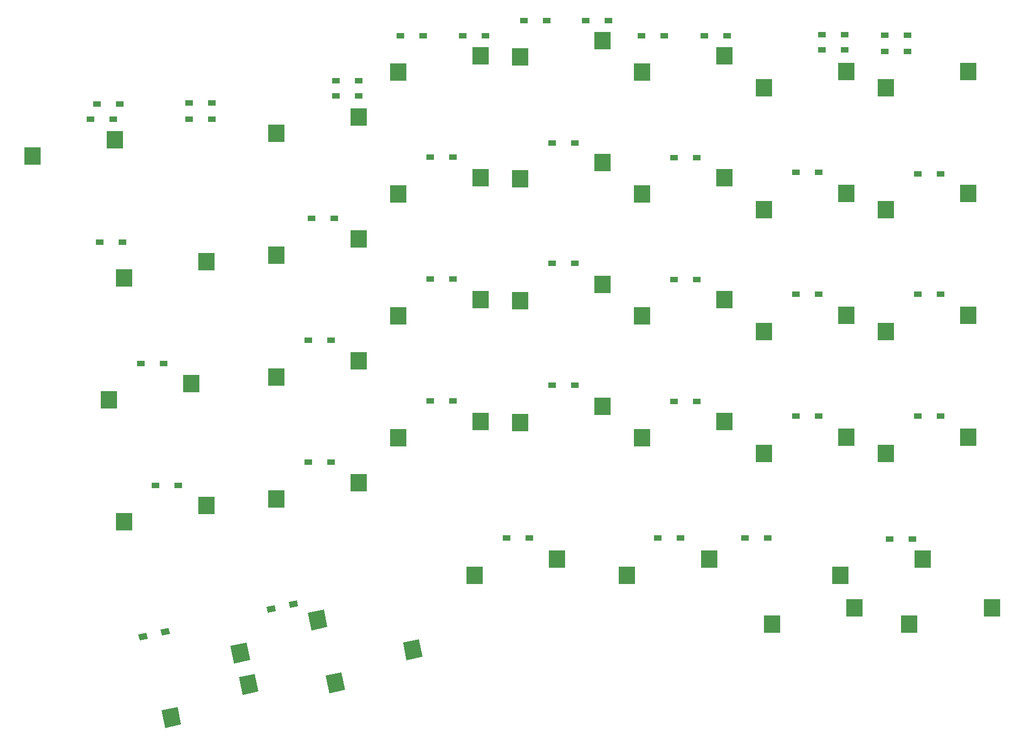
<source format=gbp>
G04 #@! TF.GenerationSoftware,KiCad,Pcbnew,(5.1.5-0-10_14)*
G04 #@! TF.CreationDate,2020-04-18T19:56:34+09:00*
G04 #@! TF.ProjectId,Colice,436f6c69-6365-42e6-9b69-6361645f7063,rev?*
G04 #@! TF.SameCoordinates,Original*
G04 #@! TF.FileFunction,Paste,Bot*
G04 #@! TF.FilePolarity,Positive*
%FSLAX46Y46*%
G04 Gerber Fmt 4.6, Leading zero omitted, Abs format (unit mm)*
G04 Created by KiCad (PCBNEW (5.1.5-0-10_14)) date 2020-04-18 19:56:34*
%MOMM*%
%LPD*%
G04 APERTURE LIST*
%ADD10R,1.300000X0.950000*%
%ADD11C,0.100000*%
%ADD12R,2.550000X2.800000*%
G04 APERTURE END LIST*
D10*
X165097000Y-51117500D03*
X161547000Y-51117500D03*
X171326000Y-51181000D03*
X174876000Y-51181000D03*
X48644000Y-83566000D03*
X52194000Y-83566000D03*
D11*
G36*
X69660324Y-149375651D02*
G01*
X69078171Y-146636838D01*
X71572448Y-146106663D01*
X72154601Y-148845476D01*
X69660324Y-149375651D01*
G37*
G36*
X81750331Y-144209096D02*
G01*
X81168178Y-141470283D01*
X83662455Y-140940108D01*
X84244608Y-143678921D01*
X81750331Y-144209096D01*
G37*
D10*
X95634000Y-51308000D03*
X99184000Y-51308000D03*
X85601000Y-60706000D03*
X89151000Y-60706000D03*
D12*
X38158750Y-70088125D03*
X51058750Y-67548125D03*
D10*
X48231250Y-61912500D03*
X51781250Y-61912500D03*
X47247000Y-64341375D03*
X50797000Y-64341375D03*
X66164000Y-61801375D03*
X62614000Y-61801375D03*
X62614000Y-64341375D03*
X66164000Y-64341375D03*
X55121000Y-102504875D03*
X58671000Y-102504875D03*
X57407000Y-121554875D03*
X60957000Y-121554875D03*
D11*
G36*
X74917350Y-141430806D02*
G01*
X74719834Y-140501565D01*
X75991426Y-140231280D01*
X76188942Y-141160521D01*
X74917350Y-141430806D01*
G37*
G36*
X78389774Y-140692720D02*
G01*
X78192258Y-139763479D01*
X79463850Y-139493194D01*
X79661366Y-140422435D01*
X78389774Y-140692720D01*
G37*
D10*
X89151000Y-58293000D03*
X85601000Y-58293000D03*
X81791000Y-79819500D03*
X85341000Y-79819500D03*
X81283000Y-98869500D03*
X84833000Y-98869500D03*
X81283000Y-117919500D03*
X84833000Y-117919500D03*
X105413000Y-51308000D03*
X108963000Y-51308000D03*
X100333000Y-70262750D03*
X103883000Y-70262750D03*
X100333000Y-89312750D03*
X103883000Y-89312750D03*
X100333000Y-108362750D03*
X103883000Y-108362750D03*
X112271000Y-129794000D03*
X115821000Y-129794000D03*
X118488000Y-48895000D03*
X114938000Y-48895000D03*
X124590000Y-48895000D03*
X128140000Y-48895000D03*
X119383000Y-68072000D03*
X122933000Y-68072000D03*
X119383000Y-86868000D03*
X122933000Y-86868000D03*
X119383000Y-105918000D03*
X122933000Y-105918000D03*
X135893000Y-129794000D03*
X139443000Y-129794000D03*
X133353000Y-51308000D03*
X136903000Y-51308000D03*
X143132000Y-51308000D03*
X146682000Y-51308000D03*
X138433000Y-70358000D03*
X141983000Y-70358000D03*
X138433000Y-89408000D03*
X141983000Y-89408000D03*
X138433000Y-108458000D03*
X141983000Y-108458000D03*
X149482000Y-129794000D03*
X153032000Y-129794000D03*
X161547000Y-53467000D03*
X165097000Y-53467000D03*
X157483000Y-72644000D03*
X161033000Y-72644000D03*
X157483000Y-91694000D03*
X161033000Y-91694000D03*
X157483000Y-110744000D03*
X161033000Y-110744000D03*
X171326000Y-53721000D03*
X174876000Y-53721000D03*
X176533000Y-72898000D03*
X180083000Y-72898000D03*
X176533000Y-91694000D03*
X180083000Y-91694000D03*
X176533000Y-110744000D03*
X180083000Y-110744000D03*
X172088000Y-129921000D03*
X175638000Y-129921000D03*
D12*
X52446250Y-89138125D03*
X65346250Y-86598125D03*
X50065000Y-108188125D03*
X62965000Y-105648125D03*
X52446250Y-127238125D03*
X65346250Y-124698125D03*
X76258750Y-104616250D03*
X89158750Y-102076250D03*
X76258750Y-123666250D03*
X89158750Y-121126250D03*
D11*
G36*
X98520692Y-145611127D02*
G01*
X99102845Y-148349940D01*
X96608568Y-148880115D01*
X96026415Y-146141302D01*
X98520692Y-145611127D01*
G37*
G36*
X86430685Y-150777682D02*
G01*
X87012838Y-153516495D01*
X84518561Y-154046670D01*
X83936408Y-151307857D01*
X86430685Y-150777682D01*
G37*
D12*
X108208750Y-54451250D03*
X95308750Y-56991250D03*
X108208750Y-73501250D03*
X95308750Y-76041250D03*
X108208750Y-92551250D03*
X95308750Y-95091250D03*
X108208750Y-111601250D03*
X95308750Y-114141250D03*
X120115000Y-133032500D03*
X107215000Y-135572500D03*
X127258750Y-52070000D03*
X114358750Y-54610000D03*
X127258750Y-71120000D03*
X114358750Y-73660000D03*
X127258750Y-90170000D03*
X114358750Y-92710000D03*
X127258750Y-109220000D03*
X114358750Y-111760000D03*
X143927500Y-133032500D03*
X131027500Y-135572500D03*
X133408750Y-56991250D03*
X146308750Y-54451250D03*
X133408750Y-76041250D03*
X146308750Y-73501250D03*
X133408750Y-95091250D03*
X146308750Y-92551250D03*
X133408750Y-114141250D03*
X146308750Y-111601250D03*
X152458750Y-59372500D03*
X165358750Y-56832500D03*
X152458750Y-78422500D03*
X165358750Y-75882500D03*
X152458750Y-97472500D03*
X165358750Y-94932500D03*
X152458750Y-116522500D03*
X165358750Y-113982500D03*
X164365000Y-135572500D03*
X177265000Y-133032500D03*
X171508750Y-59372500D03*
X184408750Y-56832500D03*
X171508750Y-78422500D03*
X184408750Y-75882500D03*
X171508750Y-97472500D03*
X184408750Y-94932500D03*
X171508750Y-116522500D03*
X184408750Y-113982500D03*
D11*
G36*
X54876750Y-145748806D02*
G01*
X54679234Y-144819565D01*
X55950826Y-144549280D01*
X56148342Y-145478521D01*
X54876750Y-145748806D01*
G37*
G36*
X58349174Y-145010720D02*
G01*
X58151658Y-144081479D01*
X59423250Y-143811194D01*
X59620766Y-144740435D01*
X58349174Y-145010720D01*
G37*
G36*
X72891406Y-151019798D02*
G01*
X73473559Y-153758611D01*
X70979282Y-154288786D01*
X70397129Y-151549973D01*
X72891406Y-151019798D01*
G37*
G36*
X60801399Y-156186353D02*
G01*
X61383552Y-158925166D01*
X58889275Y-159455341D01*
X58307122Y-156716528D01*
X60801399Y-156186353D01*
G37*
D12*
X89158750Y-63976250D03*
X76258750Y-66516250D03*
X76258750Y-85566250D03*
X89158750Y-83026250D03*
X153728750Y-143192500D03*
X166628750Y-140652500D03*
X188060000Y-140652500D03*
X175160000Y-143192500D03*
M02*

</source>
